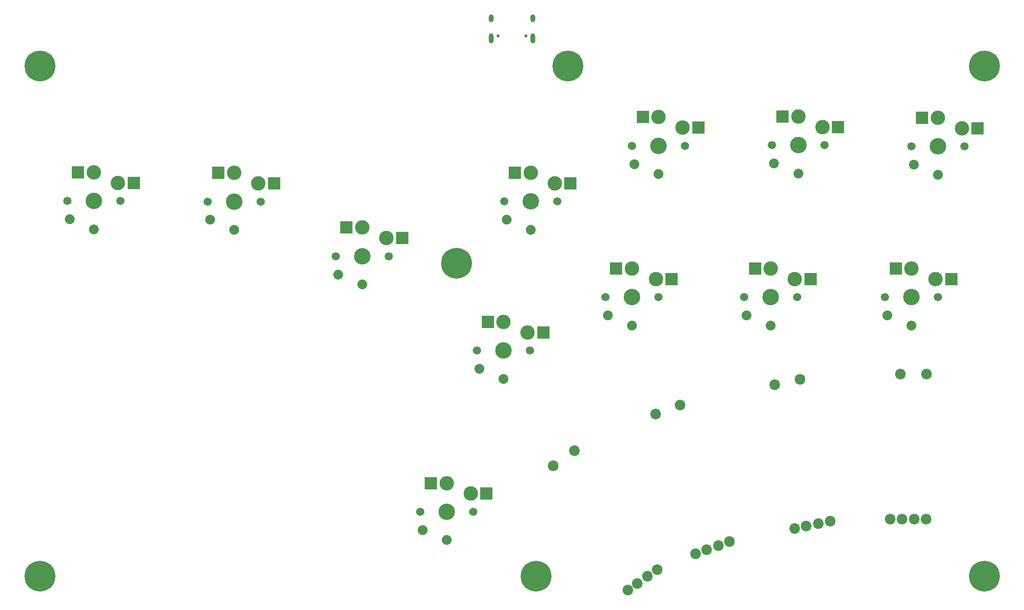
<source format=gbr>
%TF.GenerationSoftware,KiCad,Pcbnew,7.0.2*%
%TF.CreationDate,2023-12-16T15:11:12-05:00*%
%TF.ProjectId,Flatbox-rev7,466c6174-626f-4782-9d72-6576372e6b69,rev?*%
%TF.SameCoordinates,Original*%
%TF.FileFunction,Soldermask,Bot*%
%TF.FilePolarity,Negative*%
%FSLAX46Y46*%
G04 Gerber Fmt 4.6, Leading zero omitted, Abs format (unit mm)*
G04 Created by KiCad (PCBNEW 7.0.2) date 2023-12-16 15:11:12*
%MOMM*%
%LPD*%
G01*
G04 APERTURE LIST*
%ADD10C,1.701800*%
%ADD11C,3.000000*%
%ADD12C,3.429000*%
%ADD13R,2.600000X2.600000*%
%ADD14C,2.032000*%
%ADD15C,6.400000*%
%ADD16C,0.650000*%
%ADD17O,1.000000X2.100000*%
%ADD18O,1.000000X1.600000*%
%ADD19C,2.200000*%
G04 APERTURE END LIST*
D10*
%TO.C,SW8*%
X81820000Y-65170000D03*
D11*
X87320000Y-59220000D03*
D12*
X87320000Y-65170000D03*
D11*
X92320000Y-61420000D03*
D10*
X92820000Y-65170000D03*
D13*
X84045000Y-59220000D03*
D14*
X87320000Y-71070000D03*
X82320000Y-68970000D03*
D13*
X95595000Y-61420000D03*
%TD*%
D10*
%TO.C,SW9*%
X108420000Y-76520000D03*
D11*
X113920000Y-70570000D03*
D12*
X113920000Y-76520000D03*
D11*
X118920000Y-72770000D03*
D10*
X119420000Y-76520000D03*
D13*
X110645000Y-70570000D03*
D14*
X113920000Y-82420000D03*
X108920000Y-80320000D03*
D13*
X122195000Y-72770000D03*
%TD*%
D10*
%TO.C,SW10*%
X125920000Y-129620000D03*
D11*
X131420000Y-123670000D03*
D12*
X131420000Y-129620000D03*
D11*
X136420000Y-125870000D03*
D10*
X136920000Y-129620000D03*
D13*
X128145000Y-123670000D03*
D14*
X131420000Y-135520000D03*
X126420000Y-133420000D03*
D13*
X139695000Y-125870000D03*
%TD*%
D10*
%TO.C,SW11*%
X143360000Y-65110000D03*
D11*
X148860000Y-59160000D03*
D12*
X148860000Y-65110000D03*
D11*
X153860000Y-61360000D03*
D10*
X154360000Y-65110000D03*
D13*
X145585000Y-59160000D03*
D14*
X148860000Y-71010000D03*
X143860000Y-68910000D03*
D13*
X157135000Y-61360000D03*
%TD*%
D10*
%TO.C,SW12*%
X169920000Y-53580000D03*
D11*
X175420000Y-47630000D03*
D12*
X175420000Y-53580000D03*
D11*
X180420000Y-49830000D03*
D10*
X180920000Y-53580000D03*
D13*
X172145000Y-47630000D03*
D14*
X175420000Y-59480000D03*
X170420000Y-57380000D03*
D13*
X183695000Y-49830000D03*
%TD*%
D10*
%TO.C,SW13*%
X198890000Y-53460000D03*
D11*
X204390000Y-47510000D03*
D12*
X204390000Y-53460000D03*
D11*
X209390000Y-49710000D03*
D10*
X209890000Y-53460000D03*
D13*
X201115000Y-47510000D03*
D14*
X204390000Y-59360000D03*
X199390000Y-57260000D03*
D13*
X212665000Y-49710000D03*
%TD*%
D10*
%TO.C,SW14*%
X227860000Y-53700000D03*
D11*
X233360000Y-47750000D03*
D12*
X233360000Y-53700000D03*
D11*
X238360000Y-49950000D03*
D10*
X238860000Y-53700000D03*
D13*
X230085000Y-47750000D03*
D14*
X233360000Y-59600000D03*
X228360000Y-57500000D03*
D13*
X241635000Y-49950000D03*
%TD*%
D10*
%TO.C,SW15*%
X137750000Y-96150000D03*
D11*
X143250000Y-90200000D03*
D12*
X143250000Y-96150000D03*
D11*
X148250000Y-92400000D03*
D10*
X148750000Y-96150000D03*
D13*
X139975000Y-90200000D03*
D14*
X143250000Y-102050000D03*
X138250000Y-99950000D03*
D13*
X151525000Y-92400000D03*
%TD*%
D10*
%TO.C,SW16*%
X164360000Y-85040000D03*
D11*
X169860000Y-79090000D03*
D12*
X169860000Y-85040000D03*
D11*
X174860000Y-81290000D03*
D10*
X175360000Y-85040000D03*
D13*
X166585000Y-79090000D03*
D14*
X169860000Y-90940000D03*
X164860000Y-88840000D03*
D13*
X178135000Y-81290000D03*
%TD*%
D10*
%TO.C,SW17*%
X193210000Y-85040000D03*
D11*
X198710000Y-79090000D03*
D12*
X198710000Y-85040000D03*
D11*
X203710000Y-81290000D03*
D10*
X204210000Y-85040000D03*
D13*
X195435000Y-79090000D03*
D14*
X198710000Y-90940000D03*
X193710000Y-88840000D03*
D13*
X206985000Y-81290000D03*
%TD*%
D10*
%TO.C,SW18*%
X222420000Y-85040000D03*
D11*
X227920000Y-79090000D03*
D12*
X227920000Y-85040000D03*
D11*
X232920000Y-81290000D03*
D10*
X233420000Y-85040000D03*
D13*
X224645000Y-79090000D03*
D14*
X227920000Y-90940000D03*
X222920000Y-88840000D03*
D13*
X236195000Y-81290000D03*
%TD*%
D15*
%TO.C,REF\u002A\u002A*%
X47000000Y-37000000D03*
%TD*%
%TO.C,REF\u002A\u002A*%
X47000000Y-143000000D03*
%TD*%
%TO.C,REF\u002A\u002A*%
X243000000Y-143000000D03*
%TD*%
%TO.C,REF\u002A\u002A*%
X243000000Y-37000000D03*
%TD*%
D10*
%TO.C,SW7*%
X52725000Y-65050000D03*
D11*
X58225000Y-59100000D03*
D12*
X58225000Y-65050000D03*
D11*
X63225000Y-61300000D03*
D10*
X63725000Y-65050000D03*
D13*
X54950000Y-59100000D03*
D14*
X58225000Y-70950000D03*
X53225000Y-68850000D03*
D13*
X66500000Y-61300000D03*
%TD*%
D15*
%TO.C,REF\u002A\u002A*%
X156600000Y-37000000D03*
%TD*%
%TO.C,REF\u002A\u002A*%
X133500000Y-78000000D03*
%TD*%
%TO.C,REF\u002A\u002A*%
X150000000Y-143000000D03*
%TD*%
D16*
%TO.C,USB1*%
X147890000Y-30750000D03*
X142110000Y-30750000D03*
D17*
X149320000Y-31280000D03*
D18*
X149320000Y-27100000D03*
D17*
X140680000Y-31280000D03*
D18*
X140680000Y-27100000D03*
%TD*%
D19*
%TO.C,F2*%
X185408803Y-137523000D03*
X183106556Y-138360949D03*
X174832089Y-109340858D03*
X179906429Y-107493950D03*
X190154250Y-135795798D03*
X187852004Y-136633748D03*
%TD*%
%TO.C,F4*%
X225903000Y-131128000D03*
X223453000Y-131128000D03*
X225603000Y-101028000D03*
X231003000Y-101028000D03*
X230953000Y-131128000D03*
X228503000Y-131128000D03*
%TD*%
%TO.C,F1*%
X171016428Y-144518888D03*
X169009505Y-145924150D03*
X153506031Y-120034484D03*
X157929452Y-116937171D03*
X175153146Y-141622327D03*
X173146223Y-143027589D03*
%TD*%
%TO.C,F3*%
X206073479Y-132593407D03*
X203677017Y-133102790D03*
X199521893Y-103213537D03*
X204803890Y-102090814D03*
X211013124Y-131543453D03*
X208616663Y-132052836D03*
%TD*%
M02*

</source>
